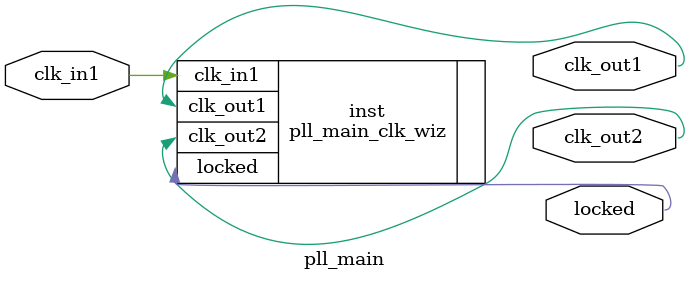
<source format=v>


`timescale 1ps/1ps

(* CORE_GENERATION_INFO = "pll_main,clk_wiz_v6_0_2_0_0,{component_name=pll_main,use_phase_alignment=true,use_min_o_jitter=false,use_max_i_jitter=false,use_dyn_phase_shift=false,use_inclk_switchover=false,use_dyn_reconfig=false,enable_axi=0,feedback_source=FDBK_AUTO,PRIMITIVE=MMCM,num_out_clk=2,clkin1_period=3.333,clkin2_period=10.0,use_power_down=false,use_reset=false,use_locked=true,use_inclk_stopped=false,feedback_type=SINGLE,CLOCK_MGR_TYPE=NA,manual_override=false}" *)

module pll_main 
 (
  // Clock out ports
  output        clk_out1,
  output        clk_out2,
  // Status and control signals
  output        locked,
 // Clock in ports
  input         clk_in1
 );

  pll_main_clk_wiz inst
  (
  // Clock out ports  
  .clk_out1(clk_out1),
  .clk_out2(clk_out2),
  // Status and control signals               
  .locked(locked),
 // Clock in ports
  .clk_in1(clk_in1)
  );

endmodule

</source>
